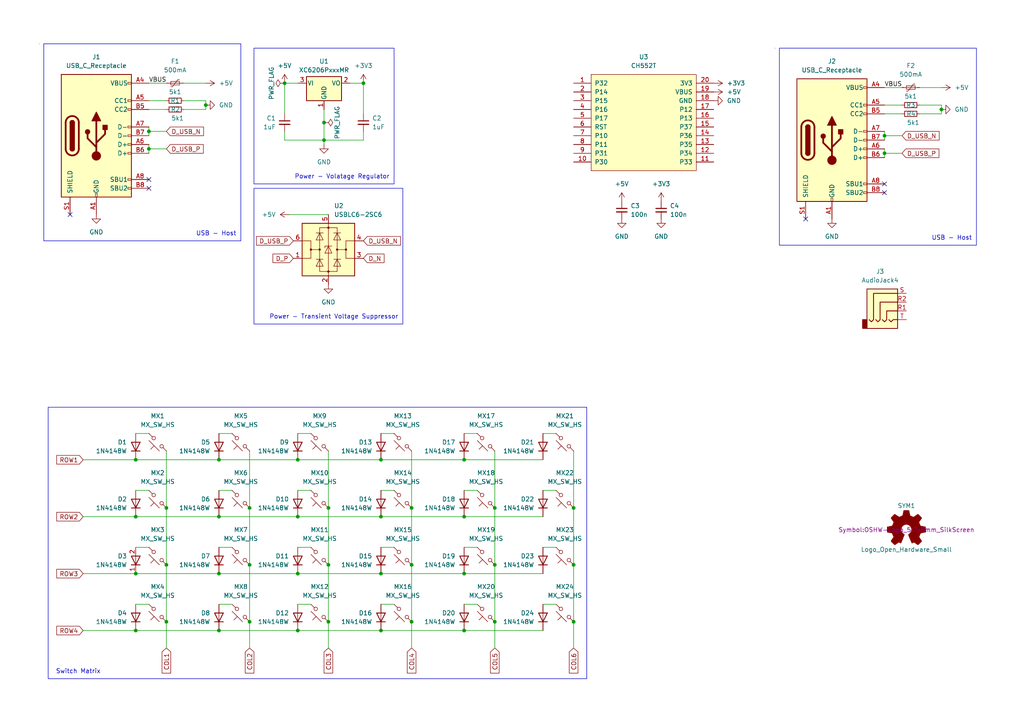
<source format=kicad_sch>
(kicad_sch (version 20230121) (generator eeschema)
  (paper "A4")
  (title_block (title "lattice (left)"))
  (lib_symbols
    (symbol "1N4148W_1" (pin_numbers hide) (pin_names hide)
      (property "Reference" "D" (at 0 2.54 0))
      (property "Value" "1N4148W" (at 0 -2.54 0))
      (symbol "1N4148W_1_1_1"
        (pin passive line (at -3.81 0 0) (length 2.54) (name "K") (number "1"))
        (pin passive line (at 3.81 0 180) (length 2.54) (name "A") (number "2"))
      )
    )
    (symbol "1N4148W_2" (pin_names hide)
      (property "Reference" "D" (at 0 2.54 0))
      (property "Value" "1N4148W" (at 0 -2.54 0))
      (symbol "1N4148W_2_1_1"
        (pin passive line (at -3.81 0 0) (length 2.54) (name "K") (number "1"))
        (pin passive line (at 3.81 0 180) (length 2.54) (name "A") (number "2"))
      )
    )
    (symbol "Connector:USB_C_Receptacle_USB2.0_16P" (pin_names (offset 1.016))
      (property "Reference" "J" (at 0 22.225 0))
      (property "Value" "USB_C_Receptacle_USB2.0_16P" (at 0 19.685 0))
      (symbol "USB_C_Receptacle_USB2.0_16P_1_1"
        (pin passive line (at 0 -22.86 90) (length 5.08) (name "GND") (number "A1"))
        (pin passive line (at 0 -22.86 90) (length 5.08) hide (name "GND") (number "A12"))
        (pin passive line (at 15.24 15.24 180) (length 5.08) (name "VBUS") (number "A4"))
        (pin bidirectional line (at 15.24 10.16 180) (length 5.08) (name "CC1") (number "A5"))
        (pin bidirectional line (at 15.24 -2.54 180) (length 5.08) (name "D+") (number "A6"))
        (pin bidirectional line (at 15.24 2.54 180) (length 5.08) (name "D-") (number "A7"))
        (pin bidirectional line (at 15.24 -12.7 180) (length 5.08) (name "SBU1") (number "A8"))
        (pin passive line (at 15.24 15.24 180) (length 5.08) hide (name "VBUS") (number "A9"))
        (pin passive line (at 0 -22.86 90) (length 5.08) hide (name "GND") (number "B1"))
        (pin passive line (at 0 -22.86 90) (length 5.08) hide (name "GND") (number "B12"))
        (pin passive line (at 15.24 15.24 180) (length 5.08) hide (name "VBUS") (number "B4"))
        (pin bidirectional line (at 15.24 7.62 180) (length 5.08) (name "CC2") (number "B5"))
        (pin bidirectional line (at 15.24 -5.08 180) (length 5.08) (name "D+") (number "B6"))
        (pin bidirectional line (at 15.24 0 180) (length 5.08) (name "D-") (number "B7"))
        (pin bidirectional line (at 15.24 -15.24 180) (length 5.08) (name "SBU2") (number "B8"))
        (pin passive line (at 15.24 15.24 180) (length 5.08) hide (name "VBUS") (number "B9"))
        (pin passive line (at -7.62 -22.86 90) (length 5.08) (name "SHIELD") (number "S1"))
      )
    )
    (symbol "Connector_Audio:AudioJack4"
      (property "Reference" "J" (at 0 8.89 0))
      (property "Value" "AudioJack4" (at 0 6.35 0))
      (symbol "AudioJack4_1_1"
        (pin passive line (at 5.08 -2.54 180) (length 2.54) (name "~") (number "R1"))
        (pin passive line (at 5.08 0 180) (length 2.54) (name "~") (number "R2"))
        (pin passive line (at 5.08 2.54 180) (length 2.54) (name "~") (number "S"))
        (pin passive line (at 5.08 -5.08 180) (length 2.54) (name "~") (number "T"))
      )
    )
    (symbol "Device:C_Small" (pin_numbers hide) (pin_names (offset 0.254) hide)
      (property "Reference" "C" (at 0.254 1.778 0))
      (property "Value" "C_Small" (at 0.254 -2.032 0))
      (symbol "C_Small_1_1"
        (pin passive line (at 0 2.54 270) (length 2.032) (name "~") (number "1"))
        (pin passive line (at 0 -2.54 90) (length 2.032) (name "~") (number "2"))
      )
    )
    (symbol "Device:Polyfuse_Small" (pin_numbers hide) (pin_names (offset 0))
      (property "Reference" "F" (at -1.905 0 90))
      (property "Value" "Polyfuse_Small" (at 1.905 0 90))
      (symbol "Polyfuse_Small_1_1"
        (pin passive line (at 0 2.54 270) (length 0.635) (name "~") (number "1"))
        (pin passive line (at 0 -2.54 90) (length 0.635) (name "~") (number "2"))
      )
    )
    (symbol "Device:R_Small" (pin_numbers hide) (pin_names (offset 0.254) hide)
      (property "Reference" "R" (at 0.762 0.508 0))
      (property "Value" "R_Small" (at 0.762 -1.016 0))
      (symbol "R_Small_1_1"
        (pin passive line (at 0 2.54 270) (length 0.762) (name "~") (number "1"))
        (pin passive line (at 0 -2.54 90) (length 0.762) (name "~") (number "2"))
      )
    )
    (symbol "Diode:1N4148W" (pin_numbers hide) (pin_names hide)
      (property "Reference" "D" (at 0 2.54 0))
      (property "Value" "1N4148W" (at 0 -2.54 0))
      (symbol "1N4148W_1_1"
        (pin passive line (at -3.81 0 0) (length 2.54) (name "K") (number "1"))
        (pin passive line (at 3.81 0 180) (length 2.54) (name "A") (number "2"))
      )
    )
    (symbol "Graphic:Logo_Open_Hardware_Small" (in_bom no) (on_board no))
    (symbol "MX_SW_HS_1" (pin_numbers hide) (pin_names (offset 1.016) hide)
      (property "Reference" "MX" (at 3.048 1.016 0))
      (property "Value" "MX_SW_HS" (at 0 -3.81 0))
      (symbol "MX_SW_HS_1_0_1"
        (pin passive line (at -2.54 2.54 0) (length 0) (name "1") (number "1"))
        (pin passive line (at 2.54 -2.54 180) (length 0) (name "2") (number "2"))
      )
    )
    (symbol "Power_Protection:USBLC6-2SC6" (pin_names hide)
      (property "Reference" "U" (at 2.54 8.89 0))
      (property "Value" "USBLC6-2SC6" (at 2.54 -8.89 0))
      (symbol "USBLC6-2SC6_1_1"
        (pin passive line (at -10.16 -2.54 0) (length 2.54) (name "I/O1") (number "1"))
        (pin passive line (at 0 -10.16 90) (length 2.54) (name "GND") (number "2"))
        (pin passive line (at 10.16 -2.54 180) (length 2.54) (name "I/O2") (number "3"))
        (pin passive line (at 10.16 2.54 180) (length 2.54) (name "I/O2") (number "4"))
        (pin passive line (at 0 10.16 270) (length 2.54) (name "VBUS") (number "5"))
        (pin passive line (at -10.16 2.54 0) (length 2.54) (name "I/O1") (number "6"))
      )
    )
    (symbol "Regulator_Linear:XC6206PxxxMR" (pin_names (offset 0.254))
      (property "Reference" "U" (at -3.81 3.175 0))
      (property "Value" "XC6206PxxxMR" (at 0 3.175 0))
      (symbol "XC6206PxxxMR_1_1"
        (pin power_in line (at 0 -7.62 90) (length 2.54) (name "GND") (number "1"))
        (pin power_out line (at 7.62 0 180) (length 2.54) (name "VO") (number "2"))
        (pin power_in line (at -7.62 0 0) (length 2.54) (name "VI") (number "3"))
      )
    )
    (symbol "marbastlib-mx:MX_SW_HS" (pin_numbers hide) (pin_names (offset 1.016) hide)
      (property "Reference" "MX" (at 3.048 1.016 0))
      (property "Value" "MX_SW_HS" (at 0 -3.81 0))
      (symbol "MX_SW_HS_0_1"
        (pin passive line (at -2.54 2.54 0) (length 0) (name "1") (number "1"))
        (pin passive line (at 2.54 -2.54 180) (length 0) (name "2") (number "2"))
      )
    )
    (symbol "power:+3V3" (power) (pin_names (offset 0))
      (property "Value" "+3V3" (at 0 3.556 0))
      (symbol "+3V3_1_1"
        (pin power_in line (at 0 0 90) (length 0) hide (name "+3V3") (number "1"))
      )
    )
    (symbol "power:+5V" (power) (pin_names (offset 0))
      (property "Value" "+5V" (at 0 3.556 0))
      (symbol "+5V_1_1"
        (pin power_in line (at 0 0 90) (length 0) hide (name "+5V") (number "1"))
      )
    )
    (symbol "power:GND" (power) (pin_names (offset 0))
      (property "Value" "GND" (at 0 -3.81 0))
      (symbol "GND_1_1"
        (pin power_in line (at 0 0 270) (length 0) hide (name "GND") (number "1"))
      )
    )
    (symbol "power:PWR_FLAG" (power) (pin_numbers hide) (pin_names (offset 0) hide)
      (property "Value" "PWR_FLAG" (at 0 3.81 0))
      (symbol "PWR_FLAG_0_0"
        (pin power_out line (at 0 0 90) (length 0) (name "pwr") (number "1"))
      )
    )
    (symbol "rgoulter:CH552T" (pin_names (offset 1.016))
      (property "Reference" "U" (at -12.7 27.94 0))
      (property "Value" "CH552T" (at 0 12.7 90))
      (symbol "CH552T_1_1"
        (pin bidirectional line (at -20.32 22.86 0) (length 5.08) (name "P32") (number "1"))
        (pin bidirectional line (at -20.32 0 0) (length 5.08) (name "P30") (number "10"))
        (pin bidirectional line (at 20.32 0 180) (length 5.08) (name "P33") (number "11"))
        (pin bidirectional line (at 20.32 2.54 180) (length 5.08) (name "P34") (number "12"))
        (pin bidirectional line (at 20.32 5.08 180) (length 5.08) (name "P35") (number "13"))
        (pin bidirectional line (at 20.32 7.62 180) (length 5.08) (name "P36") (number "14"))
        (pin bidirectional line (at 20.32 10.16 180) (length 5.08) (name "P37") (number "15"))
        (pin bidirectional line (at 20.32 12.7 180) (length 5.08) (name "P13") (number "16"))
        (pin bidirectional line (at 20.32 15.24 180) (length 5.08) (name "P12") (number "17"))
        (pin power_out line (at 20.32 17.78 180) (length 5.08) (name "GND") (number "18"))
        (pin power_out line (at 20.32 20.32 180) (length 5.08) (name "VBUS") (number "19"))
        (pin bidirectional line (at -20.32 20.32 0) (length 5.08) (name "P14") (number "2"))
        (pin power_out line (at 20.32 22.86 180) (length 5.08) (name "3V3") (number "20"))
        (pin bidirectional line (at -20.32 17.78 0) (length 5.08) (name "P15") (number "3"))
        (pin bidirectional line (at -20.32 15.24 0) (length 5.08) (name "P16") (number "4"))
        (pin bidirectional line (at -20.32 12.7 0) (length 5.08) (name "P17") (number "5"))
        (pin bidirectional line (at -20.32 10.16 0) (length 5.08) (name "RST") (number "6"))
        (pin bidirectional line (at -20.32 7.62 0) (length 5.08) (name "P10") (number "7"))
        (pin bidirectional line (at -20.32 5.08 0) (length 5.08) (name "P11") (number "8"))
        (pin bidirectional line (at -20.32 2.54 0) (length 5.08) (name "P31") (number "9"))
      )
    )
  )
  (junction (at 72.39 180.34))
  (junction (at 39.37 149.86))
  (junction (at 134.62 182.88))
  (junction (at 82.55 24.13))
  (junction (at 59.69 30.48))
  (junction (at 166.37 163.83))
  (junction (at 72.39 147.32))
  (junction (at 63.5 166.37))
  (junction (at 86.36 182.88))
  (junction (at 63.5 133.35))
  (junction (at 86.36 149.86))
  (junction (at 110.49 133.35))
  (junction (at 63.5 182.88))
  (junction (at 95.25 163.83))
  (junction (at 134.62 166.37))
  (junction (at 72.39 163.83))
  (junction (at 119.38 180.34))
  (junction (at 86.36 166.37))
  (junction (at 93.98 35.56))
  (junction (at 143.51 163.83))
  (junction (at 256.54 44.45))
  (junction (at 105.41 24.13))
  (junction (at 93.98 40.64))
  (junction (at 39.37 182.88))
  (junction (at 86.36 133.35))
  (junction (at 48.26 180.34))
  (junction (at 143.51 180.34))
  (junction (at 110.49 149.86))
  (junction (at 134.62 149.86))
  (junction (at 119.38 147.32))
  (junction (at 39.37 133.35))
  (junction (at 166.37 180.34))
  (junction (at 39.37 166.37))
  (junction (at 43.18 43.18))
  (junction (at 48.26 147.32))
  (junction (at 143.51 147.32))
  (junction (at 256.54 39.37))
  (junction (at 119.38 163.83))
  (junction (at 166.37 147.32))
  (junction (at 273.05 31.75))
  (junction (at 95.25 180.34))
  (junction (at 43.18 38.1))
  (junction (at 95.25 147.32))
  (junction (at 110.49 182.88))
  (junction (at 63.5 149.86))
  (junction (at 110.49 166.37))
  (junction (at 48.26 163.83))
  (junction (at 134.62 133.35))
  (no_connect (at 256.54 53.34))
  (no_connect (at 256.54 55.88))
  (no_connect (at 43.18 54.61))
  (no_connect (at 43.18 52.07))
  (no_connect (at 233.68 63.5))
  (no_connect (at 20.32 62.23))
  (wire (pts (xy 110.49 133.35) (xy 134.62 133.35)))
  (wire (pts (xy 72.39 130.81) (xy 72.39 147.32)))
  (wire (pts (xy 105.41 40.64) (xy 105.41 38.1)))
  (wire (pts (xy 86.36 166.37) (xy 110.49 166.37)))
  (wire (pts (xy 82.55 40.64) (xy 93.98 40.64)))
  (wire (pts (xy 256.54 38.1) (xy 256.54 39.37)))
  (wire (pts (xy 110.49 175.26) (xy 114.3 175.26)))
  (wire (pts (xy 95.25 147.32) (xy 95.25 163.83)))
  (wire (pts (xy 63.5 133.35) (xy 86.36 133.35)))
  (wire (pts (xy 134.62 149.86) (xy 157.48 149.86)))
  (wire (pts (xy 256.54 25.4) (xy 261.62 25.4)))
  (wire (pts (xy 95.25 180.34) (xy 95.25 187.96)))
  (wire (pts (xy 256.54 44.45) (xy 256.54 45.72)))
  (wire (pts (xy 166.37 147.32) (xy 166.37 163.83)))
  (wire (pts (xy 256.54 33.02) (xy 261.62 33.02)))
  (wire (pts (xy 39.37 142.24) (xy 43.18 142.24)))
  (wire (pts (xy 43.18 43.18) (xy 48.26 43.18)))
  (wire (pts (xy 86.36 149.86) (xy 110.49 149.86)))
  (wire (pts (xy 134.62 133.35) (xy 157.48 133.35)))
  (wire (pts (xy 110.49 166.37) (xy 134.62 166.37)))
  (wire (pts (xy 43.18 31.75) (xy 48.26 31.75)))
  (wire (pts (xy 266.7 30.48) (xy 273.05 30.48)))
  (wire (pts (xy 24.13 182.88) (xy 39.37 182.88)))
  (wire (pts (xy 105.41 24.13) (xy 105.41 33.02)))
  (wire (pts (xy 166.37 130.81) (xy 166.37 147.32)))
  (wire (pts (xy 110.49 182.88) (xy 134.62 182.88)))
  (wire (pts (xy 273.05 30.48) (xy 273.05 31.75)))
  (wire (pts (xy 143.51 163.83) (xy 143.51 180.34)))
  (wire (pts (xy 119.38 130.81) (xy 119.38 147.32)))
  (wire (pts (xy 157.48 175.26) (xy 161.29 175.26)))
  (wire (pts (xy 63.5 166.37) (xy 86.36 166.37)))
  (wire (pts (xy 95.25 130.81) (xy 95.25 147.32)))
  (wire (pts (xy 24.13 149.86) (xy 39.37 149.86)))
  (wire (pts (xy 63.5 182.88) (xy 86.36 182.88)))
  (wire (pts (xy 63.5 175.26) (xy 67.31 175.26)))
  (wire (pts (xy 86.36 182.88) (xy 110.49 182.88)))
  (wire (pts (xy 134.62 175.26) (xy 138.43 175.26)))
  (wire (pts (xy 43.18 43.18) (xy 43.18 44.45)))
  (wire (pts (xy 24.13 133.35) (xy 39.37 133.35)))
  (wire (pts (xy 39.37 158.75) (xy 43.18 158.75)))
  (wire (pts (xy 43.18 38.1) (xy 43.18 39.37)))
  (wire (pts (xy 59.69 31.75) (xy 59.69 30.48)))
  (wire (pts (xy 86.36 125.73) (xy 90.17 125.73)))
  (wire (pts (xy 93.98 40.64) (xy 105.41 40.64)))
  (wire (pts (xy 110.49 158.75) (xy 114.3 158.75)))
  (wire (pts (xy 72.39 180.34) (xy 72.39 187.96)))
  (wire (pts (xy 86.36 158.75) (xy 90.17 158.75)))
  (wire (pts (xy 134.62 166.37) (xy 157.48 166.37)))
  (wire (pts (xy 39.37 175.26) (xy 43.18 175.26)))
  (wire (pts (xy 53.34 29.21) (xy 59.69 29.21)))
  (wire (pts (xy 82.55 24.13) (xy 82.55 33.02)))
  (wire (pts (xy 43.18 29.21) (xy 48.26 29.21)))
  (wire (pts (xy 53.34 31.75) (xy 59.69 31.75)))
  (wire (pts (xy 119.38 163.83) (xy 119.38 180.34)))
  (wire (pts (xy 63.5 142.24) (xy 67.31 142.24)))
  (wire (pts (xy 119.38 180.34) (xy 119.38 187.96)))
  (wire (pts (xy 43.18 36.83) (xy 43.18 38.1)))
  (wire (pts (xy 63.5 149.86) (xy 86.36 149.86)))
  (wire (pts (xy 39.37 125.73) (xy 43.18 125.73)))
  (wire (pts (xy 157.48 158.75) (xy 161.29 158.75)))
  (wire (pts (xy 48.26 130.81) (xy 48.26 147.32)))
  (wire (pts (xy 143.51 130.81) (xy 143.51 147.32)))
  (wire (pts (xy 39.37 133.35) (xy 63.5 133.35)))
  (wire (pts (xy 83.82 62.23) (xy 95.25 62.23)))
  (wire (pts (xy 134.62 182.88) (xy 157.48 182.88)))
  (wire (pts (xy 63.5 125.73) (xy 67.31 125.73)))
  (wire (pts (xy 43.18 24.13) (xy 48.26 24.13)))
  (wire (pts (xy 166.37 163.83) (xy 166.37 180.34)))
  (wire (pts (xy 266.7 25.4) (xy 273.05 25.4)))
  (wire (pts (xy 93.98 35.56) (xy 93.98 31.75)))
  (wire (pts (xy 157.48 142.24) (xy 161.29 142.24)))
  (wire (pts (xy 48.26 147.32) (xy 48.26 163.83)))
  (wire (pts (xy 86.36 133.35) (xy 110.49 133.35)))
  (wire (pts (xy 43.18 41.91) (xy 43.18 43.18)))
  (wire (pts (xy 143.51 147.32) (xy 143.51 163.83)))
  (wire (pts (xy 24.13 166.37) (xy 39.37 166.37)))
  (wire (pts (xy 110.49 149.86) (xy 134.62 149.86)))
  (wire (pts (xy 63.5 158.75) (xy 67.31 158.75)))
  (wire (pts (xy 93.98 35.56) (xy 93.98 40.64)))
  (wire (pts (xy 95.25 163.83) (xy 95.25 180.34)))
  (wire (pts (xy 82.55 40.64) (xy 82.55 38.1)))
  (wire (pts (xy 39.37 182.88) (xy 63.5 182.88)))
  (wire (pts (xy 134.62 125.73) (xy 138.43 125.73)))
  (wire (pts (xy 273.05 33.02) (xy 273.05 31.75)))
  (wire (pts (xy 39.37 149.86) (xy 63.5 149.86)))
  (wire (pts (xy 119.38 147.32) (xy 119.38 163.83)))
  (wire (pts (xy 256.54 43.18) (xy 256.54 44.45)))
  (wire (pts (xy 86.36 175.26) (xy 90.17 175.26)))
  (wire (pts (xy 256.54 39.37) (xy 261.62 39.37)))
  (wire (pts (xy 256.54 39.37) (xy 256.54 40.64)))
  (wire (pts (xy 39.37 166.37) (xy 63.5 166.37)))
  (wire (pts (xy 48.26 163.83) (xy 48.26 180.34)))
  (wire (pts (xy 110.49 125.73) (xy 114.3 125.73)))
  (wire (pts (xy 93.98 41.91) (xy 93.98 40.64)))
  (wire (pts (xy 134.62 158.75) (xy 138.43 158.75)))
  (wire (pts (xy 82.55 24.13) (xy 86.36 24.13)))
  (wire (pts (xy 53.34 24.13) (xy 59.69 24.13)))
  (wire (pts (xy 59.69 29.21) (xy 59.69 30.48)))
  (wire (pts (xy 48.26 180.34) (xy 48.26 187.96)))
  (wire (pts (xy 72.39 163.83) (xy 72.39 180.34)))
  (wire (pts (xy 110.49 142.24) (xy 114.3 142.24)))
  (wire (pts (xy 43.18 38.1) (xy 48.26 38.1)))
  (wire (pts (xy 157.48 125.73) (xy 161.29 125.73)))
  (wire (pts (xy 166.37 180.34) (xy 166.37 187.96)))
  (wire (pts (xy 266.7 33.02) (xy 273.05 33.02)))
  (wire (pts (xy 101.6 24.13) (xy 105.41 24.13)))
  (wire (pts (xy 256.54 30.48) (xy 261.62 30.48)))
  (wire (pts (xy 134.62 142.24) (xy 138.43 142.24)))
  (wire (pts (xy 143.51 180.34) (xy 143.51 187.96)))
  (wire (pts (xy 86.36 142.24) (xy 90.17 142.24)))
  (wire (pts (xy 72.39 147.32) (xy 72.39 163.83)))
  (wire (pts (xy 256.54 44.45) (xy 261.62 44.45)))
  (rectangle (start 73.66 13.97) (end 114.3 53.34))
  (rectangle (start 73.66 54.61) (end 116.84 93.98))
  (rectangle (start 11.43 12.7) (end 11.43 12.7))
  (rectangle (start 13.97 118.11) (end 170.18 196.85))
  (rectangle (start 226.06 13.97) (end 283.21 71.12))
  (rectangle (start 224.79 13.97) (end 224.79 13.97))
  (rectangle (start 12.7 12.7) (end 69.85 69.85))
  (text "Switch Matrix" (at 29.21 195.58 0) (effects (font (size 1.27 1.27)) (justify right bottom)))
  (text "Power - Volatage Regulator" (at 113.03 52.07 0) (effects (font (size 1.27 1.27)) (justify right bottom)))
  (text "Power - Transient Voltage Suppressor" (at 115.57 92.71 0) (effects (font (size 1.27 1.27)) (justify right bottom)))
  (text "USB - Host" (at 68.58 68.58 0) (effects (font (size 1.27 1.27)) (justify right bottom)))
  (text "USB - Host" (at 281.94 69.85 0) (effects (font (size 1.27 1.27)) (justify right bottom)))
  (label "VBUS" (at 43.18 24.13 0))
  (label "VBUS" (at 256.54 25.4 0))
  (global_label "ROW1" (shape input) (at 24.13 133.35 180) (property "Intersheetrefs" "${INTERSHEET_REFS}" (effects hide)))
  (global_label "D_USB_P" (shape input) (at 48.26 43.18 0) (property "Intersheetrefs" "${INTERSHEET_REFS}" (effects hide)))
  (global_label "D_P" (shape input) (at 85.09 74.93 180) (property "Intersheetrefs" "${INTERSHEET_REFS}" (effects hide)))
  (global_label "ROW3" (shape input) (at 24.13 166.37 180) (property "Intersheetrefs" "${INTERSHEET_REFS}" (effects hide)))
  (global_label "COL2" (shape input) (at 72.39 187.96 270) (property "Intersheetrefs" "${INTERSHEET_REFS}" (effects hide)))
  (global_label "D_USB_P" (shape input) (at 261.62 44.45 0) (property "Intersheetrefs" "${INTERSHEET_REFS}" (effects hide)))
  (global_label "COL4" (shape input) (at 119.38 187.96 270) (property "Intersheetrefs" "${INTERSHEET_REFS}" (effects hide)))
  (global_label "COL6" (shape input) (at 166.37 187.96 270) (property "Intersheetrefs" "${INTERSHEET_REFS}" (effects hide)))
  (global_label "D_N" (shape input) (at 105.41 74.93 0) (property "Intersheetrefs" "${INTERSHEET_REFS}" (effects hide)))
  (global_label "D_USB_N" (shape input) (at 48.26 38.1 0) (property "Intersheetrefs" "${INTERSHEET_REFS}" (effects hide)))
  (global_label "ROW2" (shape input) (at 24.13 149.86 180) (property "Intersheetrefs" "${INTERSHEET_REFS}" (effects hide)))
  (global_label "COL3" (shape input) (at 95.25 187.96 270) (property "Intersheetrefs" "${INTERSHEET_REFS}" (effects hide)))
  (global_label "COL1" (shape input) (at 48.26 187.96 270) (property "Intersheetrefs" "${INTERSHEET_REFS}" (effects hide)))
  (global_label "ROW4" (shape input) (at 24.13 182.88 180) (property "Intersheetrefs" "${INTERSHEET_REFS}" (effects hide)))
  (global_label "D_USB_P" (shape input) (at 85.09 69.85 180) (property "Intersheetrefs" "${INTERSHEET_REFS}" (effects hide)))
  (global_label "D_USB_N" (shape input) (at 105.41 69.85 0) (property "Intersheetrefs" "${INTERSHEET_REFS}" (effects hide)))
  (global_label "D_USB_N" (shape input) (at 261.62 39.37 0) (property "Intersheetrefs" "${INTERSHEET_REFS}" (effects hide)))
  (global_label "COL5" (shape input) (at 143.51 187.96 270) (property "Intersheetrefs" "${INTERSHEET_REFS}" (effects hide)))
  (symbol (lib_id "Regulator_Linear:XC6206PxxxMR") (at 93.98 24.13 0) (unit 1)
    (property "Reference" "U1" (at 93.98 17.78 0))
    (property "Value" "XC6206PxxxMR" (at 93.98 20.32 0))
    (property "Footprint" "lattice:SOT-23-3" (effects hide))
    (property "Datasheet" "https://www.torexsemi.com/file/xc6206/XC6206.pdf" (effects hide))
  )
  (symbol (lib_id "marbastlib-mx:MX_SW_HS") (at 45.72 144.78 180) (unit 1)
    (property "Reference" "MX2" (at 45.72 137.16 0))
    (property "Value" "MX_SW_HS" (at 45.72 139.7 0))
    (property "Footprint" "siderakb/key-switches:SW_Gateron_LowProfile_HotSwap_PTH" (effects hide))
  )
  (symbol (lib_id "Device:C_Small") (at 82.55 35.56 0) (mirror y) (unit 1)
    (property "Reference" "C1" (at 80.01 34.2963 0) (effects (justify left)))
    (property "Value" "1uF" (at 80.01 36.8363 0) (effects (justify left)))
    (property "Footprint" "Capacitor_SMD:C_0402_1005Metric" (effects hide))
  )
  (symbol (lib_id "Diode:1N4148W") (at 86.36 162.56 270) (mirror x) (unit 1)
    (property "Reference" "D11" (at 83.82 161.29 90) (effects (justify right)))
    (property "Value" "1N4148W" (at 83.82 163.83 90) (effects (justify right)))
    (property "Footprint" "project:D_SOD-123_via" (effects hide))
    (property "Datasheet" "https://www.vishay.com/docs/85748/1n4148w.pdf" (effects hide))
    (property "Sim.Device" "D" (effects hide))
    (property "Sim.Pins" "1=K 2=A" (effects hide))
  )
  (symbol (lib_id "marbastlib-mx:MX_SW_HS") (at 163.83 177.8 180) (unit 1)
    (property "Reference" "MX24" (at 163.83 170.18 0))
    (property "Value" "MX_SW_HS" (at 163.83 172.72 0))
    (property "Footprint" "siderakb/key-switches:SW_Gateron_LowProfile_HotSwap_PTH" (effects hide))
  )
  (symbol (lib_id "marbastlib-mx:MX_SW_HS") (at 92.71 128.27 180) (unit 1)
    (property "Reference" "MX9" (at 92.71 120.65 0))
    (property "Value" "MX_SW_HS" (at 92.71 123.19 0))
    (property "Footprint" "siderakb/key-switches:SW_Gateron_LowProfile_HotSwap_PTH" (effects hide))
  )
  (symbol (lib_id "Connector:USB_C_Receptacle_USB2.0_16P") (at 241.3 40.64 0) (unit 1)
    (property "Reference" "J2" (at 241.3 17.78 0))
    (property "Value" "USB_C_Receptacle" (at 241.3 20.32 0))
    (property "Footprint" "lattice:USB_C_Receptacle_HRO_TYPE-C-31-M-12" (effects hide))
    (property "Datasheet" "https://www.usb.org/sites/default/files/documents/usb_type-c.zip" (effects hide))
  )
  (symbol (lib_id "power:GND") (at 191.77 63.5 0) (unit 1)
    (property "Reference" "#PWR015" (effects hide))
    (property "Value" "GND" (at 191.77 68.58 0))
  )
  (symbol (lib_id "power:+3V3") (at 207.01 24.13 270) (unit 1)
    (property "Reference" "#PWR016" (effects hide))
    (property "Value" "+3V3" (at 210.82 24.13 90) (effects (justify left)))
  )
  (symbol (lib_id "marbastlib-mx:MX_SW_HS") (at 140.97 144.78 180) (unit 1)
    (property "Reference" "MX18" (at 140.97 137.16 0))
    (property "Value" "MX_SW_HS" (at 140.97 139.7 0))
    (property "Footprint" "siderakb/key-switches:SW_Gateron_LowProfile_HotSwap_PTH" (effects hide))
  )
  (symbol (lib_id "Diode:1N4148W") (at 110.49 129.54 270) (mirror x) (unit 1)
    (property "Reference" "D13" (at 107.95 128.27 90) (effects (justify right)))
    (property "Value" "1N4148W" (at 107.95 130.81 90) (effects (justify right)))
    (property "Footprint" "project:D_SOD-123_via" (effects hide))
    (property "Datasheet" "https://www.vishay.com/docs/85748/1n4148w.pdf" (effects hide))
    (property "Sim.Device" "D" (effects hide))
    (property "Sim.Pins" "1=K 2=A" (effects hide))
  )
  (symbol (lib_id "Diode:1N4148W") (at 86.36 146.05 270) (mirror x) (unit 1)
    (property "Reference" "D10" (at 83.82 144.78 90) (effects (justify right)))
    (property "Value" "1N4148W" (at 83.82 147.32 90) (effects (justify right)))
    (property "Footprint" "project:D_SOD-123_via" (effects hide))
    (property "Datasheet" "https://www.vishay.com/docs/85748/1n4148w.pdf" (effects hide))
    (property "Sim.Device" "D" (effects hide))
    (property "Sim.Pins" "1=K 2=A" (effects hide))
  )
  (symbol (lib_id "Diode:1N4148W") (at 86.36 129.54 270) (mirror x) (unit 1)
    (property "Reference" "D9" (at 83.82 128.27 90) (effects (justify right)))
    (property "Value" "1N4148W" (at 83.82 130.81 90) (effects (justify right)))
    (property "Footprint" "project:D_SOD-123_via" (effects hide))
    (property "Datasheet" "https://www.vishay.com/docs/85748/1n4148w.pdf" (effects hide))
    (property "Sim.Device" "D" (effects hide))
    (property "Sim.Pins" "1=K 2=A" (effects hide))
  )
  (symbol (lib_id "Diode:1N4148W") (at 157.48 146.05 270) (mirror x) (unit 1)
    (property "Reference" "D22" (at 154.94 144.78 90) (effects (justify right)))
    (property "Value" "1N4148W" (at 154.94 147.32 90) (effects (justify right)))
    (property "Footprint" "project:D_SOD-123_via" (effects hide))
    (property "Datasheet" "https://www.vishay.com/docs/85748/1n4148w.pdf" (effects hide))
    (property "Sim.Device" "D" (effects hide))
    (property "Sim.Pins" "1=K 2=A" (effects hide))
  )
  (symbol (lib_id "Connector_Audio:AudioJack4") (at 257.81 87.63 0) (unit 1)
    (property "Reference" "J3" (at 255.27 78.74 0))
    (property "Value" "AudioJack4" (at 255.27 81.28 0))
  )
  (symbol (lib_id "Diode:1N4148W") (at 63.5 162.56 270) (mirror x) (unit 1)
    (property "Reference" "D7" (at 60.96 161.29 90) (effects (justify right)))
    (property "Value" "1N4148W" (at 60.96 163.83 90) (effects (justify right)))
    (property "Footprint" "project:D_SOD-123_via" (effects hide))
    (property "Datasheet" "https://www.vishay.com/docs/85748/1n4148w.pdf" (effects hide))
    (property "Sim.Device" "D" (effects hide))
    (property "Sim.Pins" "1=K 2=A" (effects hide))
  )
  (symbol (lib_id "Diode:1N4148W") (at 110.49 146.05 270) (mirror x) (unit 1)
    (property "Reference" "D14" (at 107.95 144.78 90) (effects (justify right)))
    (property "Value" "1N4148W" (at 107.95 147.32 90) (effects (justify right)))
    (property "Footprint" "project:D_SOD-123_via" (effects hide))
    (property "Datasheet" "https://www.vishay.com/docs/85748/1n4148w.pdf" (effects hide))
    (property "Sim.Device" "D" (effects hide))
    (property "Sim.Pins" "1=K 2=A" (effects hide))
  )
  (symbol (lib_id "power:GND") (at 273.05 31.75 90) (unit 1)
    (property "Reference" "#PWR011" (effects hide))
    (property "Value" "GND" (at 276.86 31.75 90) (effects (justify right)))
  )
  (symbol (lib_id "marbastlib-mx:MX_SW_HS") (at 92.71 144.78 180) (unit 1)
    (property "Reference" "MX10" (at 92.71 137.16 0))
    (property "Value" "MX_SW_HS" (at 92.71 139.7 0))
    (property "Footprint" "siderakb/key-switches:SW_Gateron_LowProfile_HotSwap_PTH" (effects hide))
  )
  (symbol (lib_id "marbastlib-mx:MX_SW_HS") (at 163.83 128.27 180) (unit 1)
    (property "Reference" "MX21" (at 163.83 120.65 0))
    (property "Value" "MX_SW_HS" (at 163.83 123.19 0))
    (property "Footprint" "siderakb/key-switches:SW_Gateron_LowProfile_HotSwap_PTH" (effects hide))
  )
  (symbol (lib_id "Graphic:Logo_Open_Hardware_Small") (at 262.89 153.67 0) (unit 1) (in_bom no)
    (property "Reference" "SYM1" (at 262.89 146.685 0))
    (property "Value" "Logo_Open_Hardware_Small" (at 262.89 159.385 0))
    (property "Footprint" "Symbol:OSHW-Logo_5.7x6mm_SilkScreen" (at 262.89 153.67 0))
  )
  (symbol (lib_id "marbastlib-mx:MX_SW_HS") (at 140.97 177.8 180) (unit 1)
    (property "Reference" "MX20" (at 140.97 170.18 0))
    (property "Value" "MX_SW_HS" (at 140.97 172.72 0))
    (property "Footprint" "siderakb/key-switches:SW_Gateron_LowProfile_HotSwap_PTH" (effects hide))
  )
  (symbol (lib_id "marbastlib-mx:MX_SW_HS") (at 140.97 161.29 180) (unit 1)
    (property "Reference" "MX19" (at 140.97 153.67 0))
    (property "Value" "MX_SW_HS" (at 140.97 156.21 0))
    (property "Footprint" "siderakb/key-switches:SW_Gateron_LowProfile_HotSwap_PTH" (effects hide))
  )
  (symbol (lib_id "marbastlib-mx:MX_SW_HS") (at 69.85 128.27 180) (unit 1)
    (property "Reference" "MX5" (at 69.85 120.65 0))
    (property "Value" "MX_SW_HS" (at 69.85 123.19 0))
    (property "Footprint" "siderakb/key-switches:SW_Gateron_LowProfile_HotSwap_PTH" (effects hide))
  )
  (symbol (lib_id "power:+5V") (at 273.05 25.4 270) (unit 1)
    (property "Reference" "#PWR010" (effects hide))
    (property "Value" "+5V" (at 276.86 25.4 90) (effects (justify left)))
  )
  (symbol (lib_id "Diode:1N4148W") (at 63.5 146.05 270) (mirror x) (unit 1)
    (property "Reference" "D6" (at 60.96 144.78 90) (effects (justify right)))
    (property "Value" "1N4148W" (at 60.96 147.32 90) (effects (justify right)))
    (property "Footprint" "project:D_SOD-123_via" (effects hide))
    (property "Datasheet" "https://www.vishay.com/docs/85748/1n4148w.pdf" (effects hide))
    (property "Sim.Device" "D" (effects hide))
    (property "Sim.Pins" "1=K 2=A" (effects hide))
  )
  (symbol (lib_id "power:PWR_FLAG") (at 82.55 24.13 90) (unit 1)
    (property "Reference" "#FLG01" (effects hide))
    (property "Value" "PWR_FLAG" (at 78.74 24.13 0))
  )
  (symbol (lib_id "Diode:1N4148W") (at 134.62 179.07 270) (mirror x) (unit 1)
    (property "Reference" "D20" (at 132.08 177.8 90) (effects (justify right)))
    (property "Value" "1N4148W" (at 132.08 180.34 90) (effects (justify right)))
    (property "Footprint" "project:D_SOD-123_via" (effects hide))
    (property "Datasheet" "https://www.vishay.com/docs/85748/1n4148w.pdf" (effects hide))
    (property "Sim.Device" "D" (effects hide))
    (property "Sim.Pins" "1=K 2=A" (effects hide))
  )
  (symbol (lib_id "marbastlib-mx:MX_SW_HS") (at 45.72 177.8 180) (unit 1)
    (property "Reference" "MX4" (at 45.72 170.18 0))
    (property "Value" "MX_SW_HS" (at 45.72 172.72 0))
    (property "Footprint" "siderakb/key-switches:SW_Gateron_LowProfile_HotSwap_PTH" (effects hide))
  )
  (symbol (lib_id "Device:Polyfuse_Small") (at 264.16 25.4 90) (unit 1)
    (property "Reference" "F2" (at 264.16 19.05 90))
    (property "Value" "500mA" (at 264.16 21.59 90))
    (property "Footprint" "Fuse:Fuse_0402_1005Metric" (effects hide))
  )
  (symbol (lib_id "power:GND") (at 207.01 29.21 90) (unit 1)
    (property "Reference" "#PWR018" (effects hide))
    (property "Value" "GND" (at 210.82 29.21 90) (effects (justify right)))
  )
  (symbol (lib_id "power:+5V") (at 59.69 24.13 270) (unit 1)
    (property "Reference" "#PWR02" (effects hide))
    (property "Value" "+5V" (at 63.5 24.13 90) (effects (justify left)))
  )
  (symbol (lib_id "Diode:1N4148W") (at 63.5 129.54 270) (mirror x) (unit 1)
    (property "Reference" "D5" (at 60.96 128.27 90) (effects (justify right)))
    (property "Value" "1N4148W" (at 60.96 130.81 90) (effects (justify right)))
    (property "Footprint" "project:D_SOD-123_via" (effects hide))
    (property "Datasheet" "https://www.vishay.com/docs/85748/1n4148w.pdf" (effects hide))
    (property "Sim.Device" "D" (effects hide))
    (property "Sim.Pins" "1=K 2=A" (effects hide))
  )
  (symbol (lib_id "Device:R_Small") (at 264.16 30.48 90) (unit 1)
    (property "Reference" "R3" (at 264.16 30.48 90))
    (property "Value" "5k1" (at 264.16 27.94 90))
    (property "Footprint" "Resistor_SMD:R_0402_1005Metric" (effects hide))
  )
  (symbol (lib_id "power:+3V3") (at 191.77 58.42 0) (unit 1)
    (property "Reference" "#PWR013" (effects hide))
    (property "Value" "+3V3" (at 191.77 53.34 0))
  )
  (symbol (lib_id "marbastlib-mx:MX_SW_HS") (at 92.71 177.8 180) (unit 1)
    (property "Reference" "MX12" (at 92.71 170.18 0))
    (property "Value" "MX_SW_HS" (at 92.71 172.72 0))
    (property "Footprint" "siderakb/key-switches:SW_Gateron_LowProfile_HotSwap_PTH" (effects hide))
  )
  (symbol (lib_id "Device:R_Small") (at 50.8 29.21 90) (unit 1)
    (property "Reference" "R1" (at 50.8 29.21 90))
    (property "Value" "5k1" (at 50.8 26.67 90))
    (property "Footprint" "Resistor_SMD:R_0402_1005Metric" (effects hide))
  )
  (symbol (lib_id "power:PWR_FLAG") (at 93.98 35.56 270) (unit 1)
    (property "Reference" "#FLG02" (effects hide))
    (property "Value" "PWR_FLAG" (at 97.79 35.56 0))
  )
  (symbol (lib_id "Diode:1N4148W") (at 63.5 179.07 270) (mirror x) (unit 1)
    (property "Reference" "D8" (at 60.96 177.8 90) (effects (justify right)))
    (property "Value" "1N4148W" (at 60.96 180.34 90) (effects (justify right)))
    (property "Footprint" "project:D_SOD-123_via" (effects hide))
    (property "Datasheet" "https://www.vishay.com/docs/85748/1n4148w.pdf" (effects hide))
    (property "Sim.Device" "D" (effects hide))
    (property "Sim.Pins" "1=K 2=A" (effects hide))
  )
  (symbol (lib_id "marbastlib-mx:MX_SW_HS") (at 69.85 144.78 180) (unit 1)
    (property "Reference" "MX6" (at 69.85 137.16 0))
    (property "Value" "MX_SW_HS" (at 69.85 139.7 0))
    (property "Footprint" "siderakb/key-switches:SW_Gateron_LowProfile_HotSwap_PTH" (effects hide))
  )
  (symbol (lib_id "marbastlib-mx:MX_SW_HS") (at 45.72 161.29 180) (unit 1)
    (property "Reference" "MX3" (at 45.72 153.67 0))
    (property "Value" "MX_SW_HS" (at 45.72 156.21 0))
    (property "Footprint" "siderakb/key-switches:SW_Gateron_LowProfile_HotSwap_PTH" (effects hide))
  )
  (symbol (lib_id "marbastlib-mx:MX_SW_HS") (at 69.85 161.29 180) (unit 1)
    (property "Reference" "MX7" (at 69.85 153.67 0))
    (property "Value" "MX_SW_HS" (at 69.85 156.21 0))
    (property "Footprint" "siderakb/key-switches:SW_Gateron_LowProfile_HotSwap_PTH" (effects hide))
  )
  (symbol (lib_id "rgoulter:CH552T") (at 186.69 46.99 0) (unit 1)
    (property "Reference" "U3" (at 186.69 16.51 0))
    (property "Value" "CH552T" (at 186.69 19.05 0))
    (property "Footprint" "Package_SO:TSSOP-20-1EP_4.4x6.5mm_P0.65mm_EP2.15x3.35mm" (effects hide))
  )
  (symbol (lib_id "power:+3V3") (at 105.41 24.13 0) (unit 1)
    (property "Reference" "#PWR06" (effects hide))
    (property "Value" "+3V3" (at 105.41 19.05 0))
  )
  (symbol (lib_id "Diode:1N4148W") (at 39.37 179.07 270) (mirror x) (unit 1)
    (property "Reference" "D4" (at 36.83 177.8 90) (effects (justify right)))
    (property "Value" "1N4148W" (at 36.83 180.34 90) (effects (justify right)))
    (property "Footprint" "project:D_SOD-123_via" (effects hide))
    (property "Datasheet" "https://www.vishay.com/docs/85748/1n4148w.pdf" (effects hide))
    (property "Sim.Device" "D" (effects hide))
    (property "Sim.Pins" "1=K 2=A" (effects hide))
  )
  (symbol (lib_id "Device:R_Small") (at 264.16 33.02 90) (mirror x) (unit 1)
    (property "Reference" "R4" (at 262.89 33.02 90) (effects (justify right)))
    (property "Value" "5k1" (at 266.7 35.56 90) (effects (justify left)))
    (property "Footprint" "Resistor_SMD:R_0402_1005Metric" (effects hide))
  )
  (symbol (lib_id "marbastlib-mx:MX_SW_HS") (at 163.83 161.29 180) (unit 1)
    (property "Reference" "MX23" (at 163.83 153.67 0))
    (property "Value" "MX_SW_HS" (at 163.83 156.21 0))
    (property "Footprint" "siderakb/key-switches:SW_Gateron_LowProfile_HotSwap_PTH" (effects hide))
  )
  (symbol (lib_id "power:GND") (at 93.98 41.91 0) (unit 1)
    (property "Reference" "#PWR05" (effects hide))
    (property "Value" "GND" (at 93.98 46.99 0))
  )
  (symbol (lib_id "Device:Polyfuse_Small") (at 50.8 24.13 90) (unit 1)
    (property "Reference" "F1" (at 50.8 17.78 90))
    (property "Value" "500mA" (at 50.8 20.32 90))
    (property "Footprint" "Fuse:Fuse_0402_1005Metric" (effects hide))
  )
  (symbol (lib_id "marbastlib-mx:MX_SW_HS") (at 69.85 177.8 180) (unit 1)
    (property "Reference" "MX8" (at 69.85 170.18 0))
    (property "Value" "MX_SW_HS" (at 69.85 172.72 0))
    (property "Footprint" "siderakb/key-switches:SW_Gateron_LowProfile_HotSwap_PTH" (effects hide))
  )
  (symbol (lib_id "power:GND") (at 241.3 63.5 0) (unit 1)
    (property "Reference" "#PWR09" (effects hide))
    (property "Value" "GND" (at 241.3 68.58 0))
  )
  (symbol (lib_id "Diode:1N4148W") (at 86.36 179.07 270) (mirror x) (unit 1)
    (property "Reference" "D12" (at 83.82 177.8 90) (effects (justify right)))
    (property "Value" "1N4148W" (at 83.82 180.34 90) (effects (justify right)))
    (property "Footprint" "project:D_SOD-123_via" (effects hide))
    (property "Datasheet" "https://www.vishay.com/docs/85748/1n4148w.pdf" (effects hide))
    (property "Sim.Device" "D" (effects hide))
    (property "Sim.Pins" "1=K 2=A" (effects hide))
  )
  (symbol (lib_id "Device:R_Small") (at 50.8 31.75 90) (mirror x) (unit 1)
    (property "Reference" "R2" (at 49.53 31.75 90) (effects (justify right)))
    (property "Value" "5k1" (at 53.34 34.29 90) (effects (justify left)))
    (property "Footprint" "Resistor_SMD:R_0402_1005Metric" (effects hide))
  )
  (symbol (lib_id "Power_Protection:USBLC6-2SC6") (at 95.25 72.39 0) (unit 1)
    (property "Reference" "U2" (at 96.9011 59.69 0) (effects (justify left)))
    (property "Value" "USBLC6-2SC6" (at 96.9011 62.23 0) (effects (justify left)))
    (property "Footprint" "Package_TO_SOT_SMD:SOT-23-6" (effects hide))
    (property "Datasheet" "https://www.st.com/resource/en/datasheet/usblc6-2.pdf" (effects hide))
  )
  (symbol (lib_id "marbastlib-mx:MX_SW_HS") (at 116.84 128.27 180) (unit 1)
    (property "Reference" "MX13" (at 116.84 120.65 0))
    (property "Value" "MX_SW_HS" (at 116.84 123.19 0))
    (property "Footprint" "siderakb/key-switches:SW_Gateron_LowProfile_HotSwap_PTH" (effects hide))
  )
  (symbol (lib_id "marbastlib-mx:MX_SW_HS") (at 116.84 177.8 180) (unit 1)
    (property "Reference" "MX16" (at 116.84 170.18 0))
    (property "Value" "MX_SW_HS" (at 116.84 172.72 0))
    (property "Footprint" "siderakb/key-switches:SW_Gateron_LowProfile_HotSwap_PTH" (effects hide))
  )
  (symbol (lib_id "Device:C_Small") (at 191.77 60.96 0) (unit 1)
    (property "Reference" "C4" (at 194.31 59.6963 0) (effects (justify left)))
    (property "Value" "100n" (at 194.31 62.2363 0) (effects (justify left)))
    (property "Footprint" "Capacitor_SMD:C_0402_1005Metric" (effects hide))
  )
  (symbol (lib_id "marbastlib-mx:MX_SW_HS") (at 116.84 144.78 180) (unit 1)
    (property "Reference" "MX14" (at 116.84 137.16 0))
    (property "Value" "MX_SW_HS" (at 116.84 139.7 0))
    (property "Footprint" "siderakb/key-switches:SW_Gateron_LowProfile_HotSwap_PTH" (effects hide))
  )
  (symbol (lib_id "power:+5V") (at 207.01 26.67 270) (unit 1)
    (property "Reference" "#PWR017" (effects hide))
    (property "Value" "+5V" (at 210.82 26.67 90) (effects (justify left)))
  )
  (symbol (lib_id "Device:C_Small") (at 180.34 60.96 0) (unit 1)
    (property "Reference" "C3" (at 182.88 59.6963 0) (effects (justify left)))
    (property "Value" "100n" (at 182.88 62.2363 0) (effects (justify left)))
    (property "Footprint" "Capacitor_SMD:C_0402_1005Metric" (effects hide))
  )
  (symbol (lib_id "power:GND") (at 59.69 30.48 90) (unit 1)
    (property "Reference" "#PWR03" (effects hide))
    (property "Value" "GND" (at 63.5 30.48 90) (effects (justify right)))
  )
  (symbol (lib_id "marbastlib-mx:MX_SW_HS") (at 116.84 161.29 180) (unit 1)
    (property "Reference" "MX15" (at 116.84 153.67 0))
    (property "Value" "MX_SW_HS" (at 116.84 156.21 0))
    (property "Footprint" "siderakb/key-switches:SW_Gateron_LowProfile_HotSwap_PTH" (effects hide))
  )
  (symbol (lib_name "1N4148W_1") (lib_id "Diode:1N4148W") (at 39.37 129.54 270) (mirror x) (unit 1)
    (property "Reference" "D1" (at 36.83 128.27 90) (effects (justify right)))
    (property "Value" "1N4148W" (at 36.83 130.81 90) (effects (justify right)))
    (property "Footprint" "project:D_SOD-123_via" (effects hide))
    (property "Datasheet" "https://www.vishay.com/docs/85748/1n4148w.pdf" (effects hide))
    (property "Sim.Device" "D" (effects hide))
    (property "Sim.Pins" "1=K 2=A" (effects hide))
  )
  (symbol (lib_id "power:+5V") (at 82.55 24.13 0) (unit 1)
    (property "Reference" "#PWR04" (effects hide))
    (property "Value" "+5V" (at 82.55 19.05 0))
  )
  (symbol (lib_id "power:+5V") (at 83.82 62.23 90) (unit 1)
    (property "Reference" "#PWR07" (effects hide))
    (property "Value" "+5V" (at 80.01 62.23 90) (effects (justify left)))
  )
  (symbol (lib_id "power:GND") (at 95.25 82.55 0) (unit 1)
    (property "Reference" "#PWR08" (effects hide))
    (property "Value" "GND" (at 95.25 87.63 0))
  )
  (symbol (lib_id "power:GND") (at 27.94 62.23 0) (unit 1)
    (property "Reference" "#PWR01" (effects hide))
    (property "Value" "GND" (at 27.94 67.31 0))
  )
  (symbol (lib_id "Diode:1N4148W") (at 39.37 146.05 270) (mirror x) (unit 1)
    (property "Reference" "D2" (at 36.83 144.78 90) (effects (justify right)))
    (property "Value" "1N4148W" (at 36.83 147.32 90) (effects (justify right)))
    (property "Footprint" "project:D_SOD-123_via" (effects hide))
    (property "Datasheet" "https://www.vishay.com/docs/85748/1n4148w.pdf" (effects hide))
    (property "Sim.Device" "D" (effects hide))
    (property "Sim.Pins" "1=K 2=A" (effects hide))
  )
  (symbol (lib_id "Diode:1N4148W") (at 110.49 162.56 270) (mirror x) (unit 1)
    (property "Reference" "D15" (at 107.95 161.29 90) (effects (justify right)))
    (property "Value" "1N4148W" (at 107.95 163.83 90) (effects (justify right)))
    (property "Footprint" "project:D_SOD-123_via" (effects hide))
    (property "Datasheet" "https://www.vishay.com/docs/85748/1n4148w.pdf" (effects hide))
    (property "Sim.Device" "D" (effects hide))
    (property "Sim.Pins" "1=K 2=A" (effects hide))
  )
  (symbol (lib_name "MX_SW_HS_1") (lib_id "marbastlib-mx:MX_SW_HS") (at 45.72 128.27 180) (unit 1)
    (property "Reference" "MX1" (at 45.72 120.65 0))
    (property "Value" "MX_SW_HS" (at 45.72 123.19 0))
    (property "Footprint" "siderakb/key-switches:SW_Gateron_LowProfile_HotSwap_PTH" (effects hide))
  )
  (symbol (lib_id "Connector:USB_C_Receptacle_USB2.0_16P") (at 27.94 39.37 0) (unit 1)
    (property "Reference" "J1" (at 27.94 16.51 0))
    (property "Value" "USB_C_Receptacle" (at 27.94 19.05 0))
    (property "Footprint" "lattice:USB_C_Receptacle_HRO_TYPE-C-31-M-12" (effects hide))
    (property "Datasheet" "https://www.usb.org/sites/default/files/documents/usb_type-c.zip" (effects hide))
  )
  (symbol (lib_id "marbastlib-mx:MX_SW_HS") (at 140.97 128.27 180) (unit 1)
    (property "Reference" "MX17" (at 140.97 120.65 0))
    (property "Value" "MX_SW_HS" (at 140.97 123.19 0))
    (property "Footprint" "siderakb/key-switches:SW_Gateron_LowProfile_HotSwap_PTH" (effects hide))
  )
  (symbol (lib_id "Diode:1N4148W") (at 157.48 162.56 270) (mirror x) (unit 1)
    (property "Reference" "D23" (at 154.94 161.29 90) (effects (justify right)))
    (property "Value" "1N4148W" (at 154.94 163.83 90) (effects (justify right)))
    (property "Footprint" "project:D_SOD-123_via" (effects hide))
    (property "Datasheet" "https://www.vishay.com/docs/85748/1n4148w.pdf" (effects hide))
    (property "Sim.Device" "D" (effects hide))
    (property "Sim.Pins" "1=K 2=A" (effects hide))
  )
  (symbol (lib_id "marbastlib-mx:MX_SW_HS") (at 92.71 161.29 180) (unit 1)
    (property "Reference" "MX11" (at 92.71 153.67 0))
    (property "Value" "MX_SW_HS" (at 92.71 156.21 0))
    (property "Footprint" "siderakb/key-switches:SW_Gateron_LowProfile_HotSwap_PTH" (effects hide))
  )
  (symbol (lib_name "1N4148W_2") (lib_id "Diode:1N4148W") (at 39.37 162.56 270) (mirror x) (unit 1)
    (property "Reference" "D3" (at 36.83 161.29 90) (effects (justify right)))
    (property "Value" "1N4148W" (at 36.83 163.83 90) (effects (justify right)))
    (property "Footprint" "project:D_SOD-123_via" (effects hide))
    (property "Datasheet" "https://www.vishay.com/docs/85748/1n4148w.pdf" (effects hide))
    (property "Sim.Device" "D" (effects hide))
    (property "Sim.Pins" "1=K 2=A" (effects hide))
  )
  (symbol (lib_id "power:GND") (at 180.34 63.5 0) (unit 1)
    (property "Reference" "#PWR014" (effects hide))
    (property "Value" "GND" (at 180.34 68.58 0))
  )
  (symbol (lib_id "Diode:1N4148W") (at 157.48 129.54 270) (mirror x) (unit 1)
    (property "Reference" "D21" (at 154.94 128.27 90) (effects (justify right)))
    (property "Value" "1N4148W" (at 154.94 130.81 90) (effects (justify right)))
    (property "Footprint" "project:D_SOD-123_via" (effects hide))
    (property "Datasheet" "https://www.vishay.com/docs/85748/1n4148w.pdf" (effects hide))
    (property "Sim.Device" "D" (effects hide))
    (property "Sim.Pins" "1=K 2=A" (effects hide))
  )
  (symbol (lib_id "Device:C_Small") (at 105.41 35.56 0) (unit 1)
    (property "Reference" "C2" (at 107.95 34.2963 0) (effects (justify left)))
    (property "Value" "1uF" (at 107.95 36.8363 0) (effects (justify left)))
    (property "Footprint" "Capacitor_SMD:C_0402_1005Metric" (effects hide))
  )
  (symbol (lib_id "power:+5V") (at 180.34 58.42 0) (unit 1)
    (property "Reference" "#PWR012" (effects hide))
    (property "Value" "+5V" (at 180.34 53.34 0))
  )
  (symbol (lib_id "marbastlib-mx:MX_SW_HS") (at 163.83 144.78 180) (unit 1)
    (property "Reference" "MX22" (at 163.83 137.16 0))
    (property "Value" "MX_SW_HS" (at 163.83 139.7 0))
    (property "Footprint" "siderakb/key-switches:SW_Gateron_LowProfile_HotSwap_PTH" (effects hide))
  )
  (symbol (lib_id "Diode:1N4148W") (at 157.48 179.07 270) (mirror x) (unit 1)
    (property "Reference" "D24" (at 154.94 177.8 90) (effects (justify right)))
    (property "Value" "1N4148W" (at 154.94 180.34 90) (effects (justify right)))
    (property "Footprint" "project:D_SOD-123_via" (effects hide))
    (property "Datasheet" "https://www.vishay.com/docs/85748/1n4148w.pdf" (effects hide))
    (property "Sim.Device" "D" (effects hide))
    (property "Sim.Pins" "1=K 2=A" (effects hide))
  )
  (symbol (lib_id "Diode:1N4148W") (at 134.62 162.56 270) (mirror x) (unit 1)
    (property "Reference" "D19" (at 132.08 161.29 90) (effects (justify right)))
    (property "Value" "1N4148W" (at 132.08 163.83 90) (effects (justify right)))
    (property "Footprint" "project:D_SOD-123_via" (effects hide))
    (property "Datasheet" "https://www.vishay.com/docs/85748/1n4148w.pdf" (effects hide))
    (property "Sim.Device" "D" (effects hide))
    (property "Sim.Pins" "1=K 2=A" (effects hide))
  )
  (symbol (lib_id "Diode:1N4148W") (at 110.49 179.07 270) (mirror x) (unit 1)
    (property "Reference" "D16" (at 107.95 177.8 90) (effects (justify right)))
    (property "Value" "1N4148W" (at 107.95 180.34 90) (effects (justify right)))
    (property "Footprint" "project:D_SOD-123_via" (effects hide))
    (property "Datasheet" "https://www.vishay.com/docs/85748/1n4148w.pdf" (effects hide))
    (property "Sim.Device" "D" (effects hide))
    (property "Sim.Pins" "1=K 2=A" (effects hide))
  )
  (symbol (lib_id "Diode:1N4148W") (at 134.62 129.54 270) (mirror x) (unit 1)
    (property "Reference" "D17" (at 132.08 128.27 90) (effects (justify right)))
    (property "Value" "1N4148W" (at 132.08 130.81 90) (effects (justify right)))
    (property "Footprint" "project:D_SOD-123_via" (effects hide))
    (property "Datasheet" "https://www.vishay.com/docs/85748/1n4148w.pdf" (effects hide))
    (property "Sim.Device" "D" (effects hide))
    (property "Sim.Pins" "1=K 2=A" (effects hide))
  )
  (symbol (lib_id "Diode:1N4148W") (at 134.62 146.05 270) (mirror x) (unit 1)
    (property "Reference" "D18" (at 132.08 144.78 90) (effects (justify right)))
    (property "Value" "1N4148W" (at 132.08 147.32 90) (effects (justify right)))
    (property "Footprint" "project:D_SOD-123_via" (effects hide))
    (property "Datasheet" "https://www.vishay.com/docs/85748/1n4148w.pdf" (effects hide))
    (property "Sim.Device" "D" (effects hide))
    (property "Sim.Pins" "1=K 2=A" (effects hide))
  )
)
</source>
